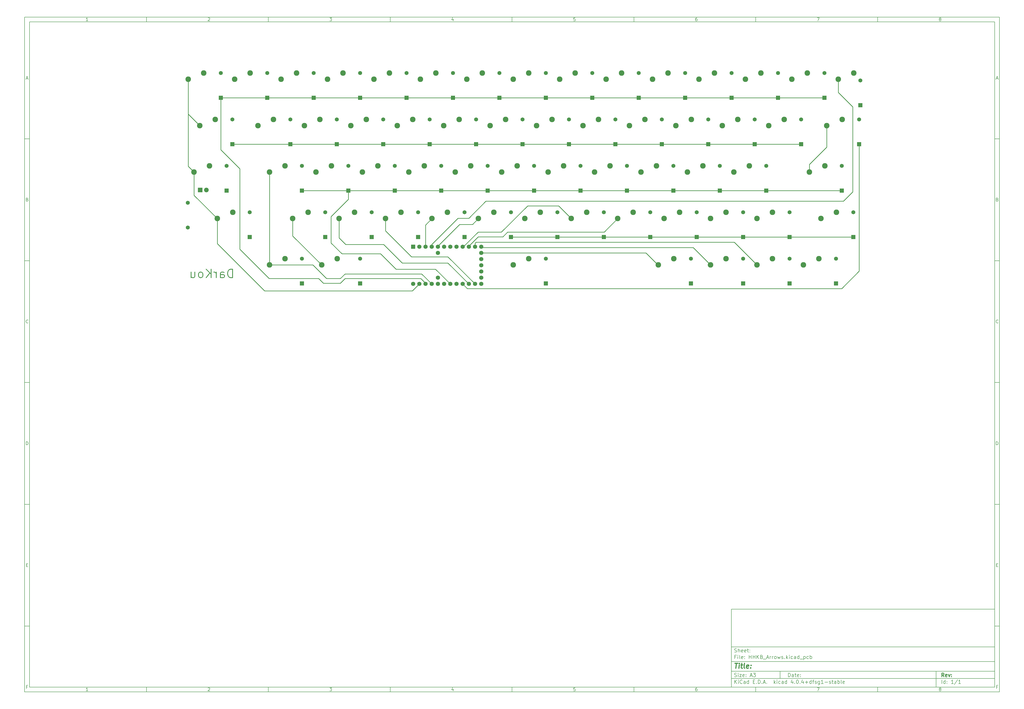
<source format=gbr>
G04 #@! TF.FileFunction,Copper,L2,Bot,Signal*
%FSLAX46Y46*%
G04 Gerber Fmt 4.6, Leading zero omitted, Abs format (unit mm)*
G04 Created by KiCad (PCBNEW 4.0.4+dfsg1-stable) date Tue Nov  8 21:14:36 2016*
%MOMM*%
%LPD*%
G01*
G04 APERTURE LIST*
%ADD10C,0.100000*%
%ADD11C,0.150000*%
%ADD12C,0.300000*%
%ADD13C,0.400000*%
%ADD14C,2.286000*%
%ADD15C,1.651000*%
%ADD16R,1.651000X1.651000*%
%ADD17R,1.752600X1.752600*%
%ADD18C,1.752600*%
%ADD19C,1.905000*%
%ADD20R,1.905000X1.905000*%
%ADD21C,0.250000*%
G04 APERTURE END LIST*
D10*
D11*
X299989000Y-253002200D02*
X299989000Y-285002200D01*
X407989000Y-285002200D01*
X407989000Y-253002200D01*
X299989000Y-253002200D01*
D10*
D11*
X10000000Y-10000000D02*
X10000000Y-287002200D01*
X409989000Y-287002200D01*
X409989000Y-10000000D01*
X10000000Y-10000000D01*
D10*
D11*
X12000000Y-12000000D02*
X12000000Y-285002200D01*
X407989000Y-285002200D01*
X407989000Y-12000000D01*
X12000000Y-12000000D01*
D10*
D11*
X60000000Y-12000000D02*
X60000000Y-10000000D01*
D10*
D11*
X110000000Y-12000000D02*
X110000000Y-10000000D01*
D10*
D11*
X160000000Y-12000000D02*
X160000000Y-10000000D01*
D10*
D11*
X210000000Y-12000000D02*
X210000000Y-10000000D01*
D10*
D11*
X260000000Y-12000000D02*
X260000000Y-10000000D01*
D10*
D11*
X310000000Y-12000000D02*
X310000000Y-10000000D01*
D10*
D11*
X360000000Y-12000000D02*
X360000000Y-10000000D01*
D10*
D11*
X35990476Y-11588095D02*
X35247619Y-11588095D01*
X35619048Y-11588095D02*
X35619048Y-10288095D01*
X35495238Y-10473810D01*
X35371429Y-10597619D01*
X35247619Y-10659524D01*
D10*
D11*
X85247619Y-10411905D02*
X85309524Y-10350000D01*
X85433333Y-10288095D01*
X85742857Y-10288095D01*
X85866667Y-10350000D01*
X85928571Y-10411905D01*
X85990476Y-10535714D01*
X85990476Y-10659524D01*
X85928571Y-10845238D01*
X85185714Y-11588095D01*
X85990476Y-11588095D01*
D10*
D11*
X135185714Y-10288095D02*
X135990476Y-10288095D01*
X135557143Y-10783333D01*
X135742857Y-10783333D01*
X135866667Y-10845238D01*
X135928571Y-10907143D01*
X135990476Y-11030952D01*
X135990476Y-11340476D01*
X135928571Y-11464286D01*
X135866667Y-11526190D01*
X135742857Y-11588095D01*
X135371429Y-11588095D01*
X135247619Y-11526190D01*
X135185714Y-11464286D01*
D10*
D11*
X185866667Y-10721429D02*
X185866667Y-11588095D01*
X185557143Y-10226190D02*
X185247619Y-11154762D01*
X186052381Y-11154762D01*
D10*
D11*
X235928571Y-10288095D02*
X235309524Y-10288095D01*
X235247619Y-10907143D01*
X235309524Y-10845238D01*
X235433333Y-10783333D01*
X235742857Y-10783333D01*
X235866667Y-10845238D01*
X235928571Y-10907143D01*
X235990476Y-11030952D01*
X235990476Y-11340476D01*
X235928571Y-11464286D01*
X235866667Y-11526190D01*
X235742857Y-11588095D01*
X235433333Y-11588095D01*
X235309524Y-11526190D01*
X235247619Y-11464286D01*
D10*
D11*
X285866667Y-10288095D02*
X285619048Y-10288095D01*
X285495238Y-10350000D01*
X285433333Y-10411905D01*
X285309524Y-10597619D01*
X285247619Y-10845238D01*
X285247619Y-11340476D01*
X285309524Y-11464286D01*
X285371429Y-11526190D01*
X285495238Y-11588095D01*
X285742857Y-11588095D01*
X285866667Y-11526190D01*
X285928571Y-11464286D01*
X285990476Y-11340476D01*
X285990476Y-11030952D01*
X285928571Y-10907143D01*
X285866667Y-10845238D01*
X285742857Y-10783333D01*
X285495238Y-10783333D01*
X285371429Y-10845238D01*
X285309524Y-10907143D01*
X285247619Y-11030952D01*
D10*
D11*
X335185714Y-10288095D02*
X336052381Y-10288095D01*
X335495238Y-11588095D01*
D10*
D11*
X385495238Y-10845238D02*
X385371429Y-10783333D01*
X385309524Y-10721429D01*
X385247619Y-10597619D01*
X385247619Y-10535714D01*
X385309524Y-10411905D01*
X385371429Y-10350000D01*
X385495238Y-10288095D01*
X385742857Y-10288095D01*
X385866667Y-10350000D01*
X385928571Y-10411905D01*
X385990476Y-10535714D01*
X385990476Y-10597619D01*
X385928571Y-10721429D01*
X385866667Y-10783333D01*
X385742857Y-10845238D01*
X385495238Y-10845238D01*
X385371429Y-10907143D01*
X385309524Y-10969048D01*
X385247619Y-11092857D01*
X385247619Y-11340476D01*
X385309524Y-11464286D01*
X385371429Y-11526190D01*
X385495238Y-11588095D01*
X385742857Y-11588095D01*
X385866667Y-11526190D01*
X385928571Y-11464286D01*
X385990476Y-11340476D01*
X385990476Y-11092857D01*
X385928571Y-10969048D01*
X385866667Y-10907143D01*
X385742857Y-10845238D01*
D10*
D11*
X60000000Y-285002200D02*
X60000000Y-287002200D01*
D10*
D11*
X110000000Y-285002200D02*
X110000000Y-287002200D01*
D10*
D11*
X160000000Y-285002200D02*
X160000000Y-287002200D01*
D10*
D11*
X210000000Y-285002200D02*
X210000000Y-287002200D01*
D10*
D11*
X260000000Y-285002200D02*
X260000000Y-287002200D01*
D10*
D11*
X310000000Y-285002200D02*
X310000000Y-287002200D01*
D10*
D11*
X360000000Y-285002200D02*
X360000000Y-287002200D01*
D10*
D11*
X35990476Y-286590295D02*
X35247619Y-286590295D01*
X35619048Y-286590295D02*
X35619048Y-285290295D01*
X35495238Y-285476010D01*
X35371429Y-285599819D01*
X35247619Y-285661724D01*
D10*
D11*
X85247619Y-285414105D02*
X85309524Y-285352200D01*
X85433333Y-285290295D01*
X85742857Y-285290295D01*
X85866667Y-285352200D01*
X85928571Y-285414105D01*
X85990476Y-285537914D01*
X85990476Y-285661724D01*
X85928571Y-285847438D01*
X85185714Y-286590295D01*
X85990476Y-286590295D01*
D10*
D11*
X135185714Y-285290295D02*
X135990476Y-285290295D01*
X135557143Y-285785533D01*
X135742857Y-285785533D01*
X135866667Y-285847438D01*
X135928571Y-285909343D01*
X135990476Y-286033152D01*
X135990476Y-286342676D01*
X135928571Y-286466486D01*
X135866667Y-286528390D01*
X135742857Y-286590295D01*
X135371429Y-286590295D01*
X135247619Y-286528390D01*
X135185714Y-286466486D01*
D10*
D11*
X185866667Y-285723629D02*
X185866667Y-286590295D01*
X185557143Y-285228390D02*
X185247619Y-286156962D01*
X186052381Y-286156962D01*
D10*
D11*
X235928571Y-285290295D02*
X235309524Y-285290295D01*
X235247619Y-285909343D01*
X235309524Y-285847438D01*
X235433333Y-285785533D01*
X235742857Y-285785533D01*
X235866667Y-285847438D01*
X235928571Y-285909343D01*
X235990476Y-286033152D01*
X235990476Y-286342676D01*
X235928571Y-286466486D01*
X235866667Y-286528390D01*
X235742857Y-286590295D01*
X235433333Y-286590295D01*
X235309524Y-286528390D01*
X235247619Y-286466486D01*
D10*
D11*
X285866667Y-285290295D02*
X285619048Y-285290295D01*
X285495238Y-285352200D01*
X285433333Y-285414105D01*
X285309524Y-285599819D01*
X285247619Y-285847438D01*
X285247619Y-286342676D01*
X285309524Y-286466486D01*
X285371429Y-286528390D01*
X285495238Y-286590295D01*
X285742857Y-286590295D01*
X285866667Y-286528390D01*
X285928571Y-286466486D01*
X285990476Y-286342676D01*
X285990476Y-286033152D01*
X285928571Y-285909343D01*
X285866667Y-285847438D01*
X285742857Y-285785533D01*
X285495238Y-285785533D01*
X285371429Y-285847438D01*
X285309524Y-285909343D01*
X285247619Y-286033152D01*
D10*
D11*
X335185714Y-285290295D02*
X336052381Y-285290295D01*
X335495238Y-286590295D01*
D10*
D11*
X385495238Y-285847438D02*
X385371429Y-285785533D01*
X385309524Y-285723629D01*
X385247619Y-285599819D01*
X385247619Y-285537914D01*
X385309524Y-285414105D01*
X385371429Y-285352200D01*
X385495238Y-285290295D01*
X385742857Y-285290295D01*
X385866667Y-285352200D01*
X385928571Y-285414105D01*
X385990476Y-285537914D01*
X385990476Y-285599819D01*
X385928571Y-285723629D01*
X385866667Y-285785533D01*
X385742857Y-285847438D01*
X385495238Y-285847438D01*
X385371429Y-285909343D01*
X385309524Y-285971248D01*
X385247619Y-286095057D01*
X385247619Y-286342676D01*
X385309524Y-286466486D01*
X385371429Y-286528390D01*
X385495238Y-286590295D01*
X385742857Y-286590295D01*
X385866667Y-286528390D01*
X385928571Y-286466486D01*
X385990476Y-286342676D01*
X385990476Y-286095057D01*
X385928571Y-285971248D01*
X385866667Y-285909343D01*
X385742857Y-285847438D01*
D10*
D11*
X10000000Y-60000000D02*
X12000000Y-60000000D01*
D10*
D11*
X10000000Y-110000000D02*
X12000000Y-110000000D01*
D10*
D11*
X10000000Y-160000000D02*
X12000000Y-160000000D01*
D10*
D11*
X10000000Y-210000000D02*
X12000000Y-210000000D01*
D10*
D11*
X10000000Y-260000000D02*
X12000000Y-260000000D01*
D10*
D11*
X10690476Y-35216667D02*
X11309524Y-35216667D01*
X10566667Y-35588095D02*
X11000000Y-34288095D01*
X11433333Y-35588095D01*
D10*
D11*
X11092857Y-84907143D02*
X11278571Y-84969048D01*
X11340476Y-85030952D01*
X11402381Y-85154762D01*
X11402381Y-85340476D01*
X11340476Y-85464286D01*
X11278571Y-85526190D01*
X11154762Y-85588095D01*
X10659524Y-85588095D01*
X10659524Y-84288095D01*
X11092857Y-84288095D01*
X11216667Y-84350000D01*
X11278571Y-84411905D01*
X11340476Y-84535714D01*
X11340476Y-84659524D01*
X11278571Y-84783333D01*
X11216667Y-84845238D01*
X11092857Y-84907143D01*
X10659524Y-84907143D01*
D10*
D11*
X11402381Y-135464286D02*
X11340476Y-135526190D01*
X11154762Y-135588095D01*
X11030952Y-135588095D01*
X10845238Y-135526190D01*
X10721429Y-135402381D01*
X10659524Y-135278571D01*
X10597619Y-135030952D01*
X10597619Y-134845238D01*
X10659524Y-134597619D01*
X10721429Y-134473810D01*
X10845238Y-134350000D01*
X11030952Y-134288095D01*
X11154762Y-134288095D01*
X11340476Y-134350000D01*
X11402381Y-134411905D01*
D10*
D11*
X10659524Y-185588095D02*
X10659524Y-184288095D01*
X10969048Y-184288095D01*
X11154762Y-184350000D01*
X11278571Y-184473810D01*
X11340476Y-184597619D01*
X11402381Y-184845238D01*
X11402381Y-185030952D01*
X11340476Y-185278571D01*
X11278571Y-185402381D01*
X11154762Y-185526190D01*
X10969048Y-185588095D01*
X10659524Y-185588095D01*
D10*
D11*
X10721429Y-234907143D02*
X11154762Y-234907143D01*
X11340476Y-235588095D02*
X10721429Y-235588095D01*
X10721429Y-234288095D01*
X11340476Y-234288095D01*
D10*
D11*
X11185714Y-284907143D02*
X10752381Y-284907143D01*
X10752381Y-285588095D02*
X10752381Y-284288095D01*
X11371428Y-284288095D01*
D10*
D11*
X409989000Y-60000000D02*
X407989000Y-60000000D01*
D10*
D11*
X409989000Y-110000000D02*
X407989000Y-110000000D01*
D10*
D11*
X409989000Y-160000000D02*
X407989000Y-160000000D01*
D10*
D11*
X409989000Y-210000000D02*
X407989000Y-210000000D01*
D10*
D11*
X409989000Y-260000000D02*
X407989000Y-260000000D01*
D10*
D11*
X408679476Y-35216667D02*
X409298524Y-35216667D01*
X408555667Y-35588095D02*
X408989000Y-34288095D01*
X409422333Y-35588095D01*
D10*
D11*
X409081857Y-84907143D02*
X409267571Y-84969048D01*
X409329476Y-85030952D01*
X409391381Y-85154762D01*
X409391381Y-85340476D01*
X409329476Y-85464286D01*
X409267571Y-85526190D01*
X409143762Y-85588095D01*
X408648524Y-85588095D01*
X408648524Y-84288095D01*
X409081857Y-84288095D01*
X409205667Y-84350000D01*
X409267571Y-84411905D01*
X409329476Y-84535714D01*
X409329476Y-84659524D01*
X409267571Y-84783333D01*
X409205667Y-84845238D01*
X409081857Y-84907143D01*
X408648524Y-84907143D01*
D10*
D11*
X409391381Y-135464286D02*
X409329476Y-135526190D01*
X409143762Y-135588095D01*
X409019952Y-135588095D01*
X408834238Y-135526190D01*
X408710429Y-135402381D01*
X408648524Y-135278571D01*
X408586619Y-135030952D01*
X408586619Y-134845238D01*
X408648524Y-134597619D01*
X408710429Y-134473810D01*
X408834238Y-134350000D01*
X409019952Y-134288095D01*
X409143762Y-134288095D01*
X409329476Y-134350000D01*
X409391381Y-134411905D01*
D10*
D11*
X408648524Y-185588095D02*
X408648524Y-184288095D01*
X408958048Y-184288095D01*
X409143762Y-184350000D01*
X409267571Y-184473810D01*
X409329476Y-184597619D01*
X409391381Y-184845238D01*
X409391381Y-185030952D01*
X409329476Y-185278571D01*
X409267571Y-185402381D01*
X409143762Y-185526190D01*
X408958048Y-185588095D01*
X408648524Y-185588095D01*
D10*
D11*
X408710429Y-234907143D02*
X409143762Y-234907143D01*
X409329476Y-235588095D02*
X408710429Y-235588095D01*
X408710429Y-234288095D01*
X409329476Y-234288095D01*
D10*
D11*
X409174714Y-284907143D02*
X408741381Y-284907143D01*
X408741381Y-285588095D02*
X408741381Y-284288095D01*
X409360428Y-284288095D01*
D10*
D11*
X323346143Y-280780771D02*
X323346143Y-279280771D01*
X323703286Y-279280771D01*
X323917571Y-279352200D01*
X324060429Y-279495057D01*
X324131857Y-279637914D01*
X324203286Y-279923629D01*
X324203286Y-280137914D01*
X324131857Y-280423629D01*
X324060429Y-280566486D01*
X323917571Y-280709343D01*
X323703286Y-280780771D01*
X323346143Y-280780771D01*
X325489000Y-280780771D02*
X325489000Y-279995057D01*
X325417571Y-279852200D01*
X325274714Y-279780771D01*
X324989000Y-279780771D01*
X324846143Y-279852200D01*
X325489000Y-280709343D02*
X325346143Y-280780771D01*
X324989000Y-280780771D01*
X324846143Y-280709343D01*
X324774714Y-280566486D01*
X324774714Y-280423629D01*
X324846143Y-280280771D01*
X324989000Y-280209343D01*
X325346143Y-280209343D01*
X325489000Y-280137914D01*
X325989000Y-279780771D02*
X326560429Y-279780771D01*
X326203286Y-279280771D02*
X326203286Y-280566486D01*
X326274714Y-280709343D01*
X326417572Y-280780771D01*
X326560429Y-280780771D01*
X327631857Y-280709343D02*
X327489000Y-280780771D01*
X327203286Y-280780771D01*
X327060429Y-280709343D01*
X326989000Y-280566486D01*
X326989000Y-279995057D01*
X327060429Y-279852200D01*
X327203286Y-279780771D01*
X327489000Y-279780771D01*
X327631857Y-279852200D01*
X327703286Y-279995057D01*
X327703286Y-280137914D01*
X326989000Y-280280771D01*
X328346143Y-280637914D02*
X328417571Y-280709343D01*
X328346143Y-280780771D01*
X328274714Y-280709343D01*
X328346143Y-280637914D01*
X328346143Y-280780771D01*
X328346143Y-279852200D02*
X328417571Y-279923629D01*
X328346143Y-279995057D01*
X328274714Y-279923629D01*
X328346143Y-279852200D01*
X328346143Y-279995057D01*
D10*
D11*
X299989000Y-281502200D02*
X407989000Y-281502200D01*
D10*
D11*
X301346143Y-283580771D02*
X301346143Y-282080771D01*
X302203286Y-283580771D02*
X301560429Y-282723629D01*
X302203286Y-282080771D02*
X301346143Y-282937914D01*
X302846143Y-283580771D02*
X302846143Y-282580771D01*
X302846143Y-282080771D02*
X302774714Y-282152200D01*
X302846143Y-282223629D01*
X302917571Y-282152200D01*
X302846143Y-282080771D01*
X302846143Y-282223629D01*
X304417572Y-283437914D02*
X304346143Y-283509343D01*
X304131857Y-283580771D01*
X303989000Y-283580771D01*
X303774715Y-283509343D01*
X303631857Y-283366486D01*
X303560429Y-283223629D01*
X303489000Y-282937914D01*
X303489000Y-282723629D01*
X303560429Y-282437914D01*
X303631857Y-282295057D01*
X303774715Y-282152200D01*
X303989000Y-282080771D01*
X304131857Y-282080771D01*
X304346143Y-282152200D01*
X304417572Y-282223629D01*
X305703286Y-283580771D02*
X305703286Y-282795057D01*
X305631857Y-282652200D01*
X305489000Y-282580771D01*
X305203286Y-282580771D01*
X305060429Y-282652200D01*
X305703286Y-283509343D02*
X305560429Y-283580771D01*
X305203286Y-283580771D01*
X305060429Y-283509343D01*
X304989000Y-283366486D01*
X304989000Y-283223629D01*
X305060429Y-283080771D01*
X305203286Y-283009343D01*
X305560429Y-283009343D01*
X305703286Y-282937914D01*
X307060429Y-283580771D02*
X307060429Y-282080771D01*
X307060429Y-283509343D02*
X306917572Y-283580771D01*
X306631858Y-283580771D01*
X306489000Y-283509343D01*
X306417572Y-283437914D01*
X306346143Y-283295057D01*
X306346143Y-282866486D01*
X306417572Y-282723629D01*
X306489000Y-282652200D01*
X306631858Y-282580771D01*
X306917572Y-282580771D01*
X307060429Y-282652200D01*
X308917572Y-282795057D02*
X309417572Y-282795057D01*
X309631858Y-283580771D02*
X308917572Y-283580771D01*
X308917572Y-282080771D01*
X309631858Y-282080771D01*
X310274715Y-283437914D02*
X310346143Y-283509343D01*
X310274715Y-283580771D01*
X310203286Y-283509343D01*
X310274715Y-283437914D01*
X310274715Y-283580771D01*
X310989001Y-283580771D02*
X310989001Y-282080771D01*
X311346144Y-282080771D01*
X311560429Y-282152200D01*
X311703287Y-282295057D01*
X311774715Y-282437914D01*
X311846144Y-282723629D01*
X311846144Y-282937914D01*
X311774715Y-283223629D01*
X311703287Y-283366486D01*
X311560429Y-283509343D01*
X311346144Y-283580771D01*
X310989001Y-283580771D01*
X312489001Y-283437914D02*
X312560429Y-283509343D01*
X312489001Y-283580771D01*
X312417572Y-283509343D01*
X312489001Y-283437914D01*
X312489001Y-283580771D01*
X313131858Y-283152200D02*
X313846144Y-283152200D01*
X312989001Y-283580771D02*
X313489001Y-282080771D01*
X313989001Y-283580771D01*
X314489001Y-283437914D02*
X314560429Y-283509343D01*
X314489001Y-283580771D01*
X314417572Y-283509343D01*
X314489001Y-283437914D01*
X314489001Y-283580771D01*
X317489001Y-283580771D02*
X317489001Y-282080771D01*
X317631858Y-283009343D02*
X318060429Y-283580771D01*
X318060429Y-282580771D02*
X317489001Y-283152200D01*
X318703287Y-283580771D02*
X318703287Y-282580771D01*
X318703287Y-282080771D02*
X318631858Y-282152200D01*
X318703287Y-282223629D01*
X318774715Y-282152200D01*
X318703287Y-282080771D01*
X318703287Y-282223629D01*
X320060430Y-283509343D02*
X319917573Y-283580771D01*
X319631859Y-283580771D01*
X319489001Y-283509343D01*
X319417573Y-283437914D01*
X319346144Y-283295057D01*
X319346144Y-282866486D01*
X319417573Y-282723629D01*
X319489001Y-282652200D01*
X319631859Y-282580771D01*
X319917573Y-282580771D01*
X320060430Y-282652200D01*
X321346144Y-283580771D02*
X321346144Y-282795057D01*
X321274715Y-282652200D01*
X321131858Y-282580771D01*
X320846144Y-282580771D01*
X320703287Y-282652200D01*
X321346144Y-283509343D02*
X321203287Y-283580771D01*
X320846144Y-283580771D01*
X320703287Y-283509343D01*
X320631858Y-283366486D01*
X320631858Y-283223629D01*
X320703287Y-283080771D01*
X320846144Y-283009343D01*
X321203287Y-283009343D01*
X321346144Y-282937914D01*
X322703287Y-283580771D02*
X322703287Y-282080771D01*
X322703287Y-283509343D02*
X322560430Y-283580771D01*
X322274716Y-283580771D01*
X322131858Y-283509343D01*
X322060430Y-283437914D01*
X321989001Y-283295057D01*
X321989001Y-282866486D01*
X322060430Y-282723629D01*
X322131858Y-282652200D01*
X322274716Y-282580771D01*
X322560430Y-282580771D01*
X322703287Y-282652200D01*
X325203287Y-282580771D02*
X325203287Y-283580771D01*
X324846144Y-282009343D02*
X324489001Y-283080771D01*
X325417573Y-283080771D01*
X325989001Y-283437914D02*
X326060429Y-283509343D01*
X325989001Y-283580771D01*
X325917572Y-283509343D01*
X325989001Y-283437914D01*
X325989001Y-283580771D01*
X326989001Y-282080771D02*
X327131858Y-282080771D01*
X327274715Y-282152200D01*
X327346144Y-282223629D01*
X327417573Y-282366486D01*
X327489001Y-282652200D01*
X327489001Y-283009343D01*
X327417573Y-283295057D01*
X327346144Y-283437914D01*
X327274715Y-283509343D01*
X327131858Y-283580771D01*
X326989001Y-283580771D01*
X326846144Y-283509343D01*
X326774715Y-283437914D01*
X326703287Y-283295057D01*
X326631858Y-283009343D01*
X326631858Y-282652200D01*
X326703287Y-282366486D01*
X326774715Y-282223629D01*
X326846144Y-282152200D01*
X326989001Y-282080771D01*
X328131858Y-283437914D02*
X328203286Y-283509343D01*
X328131858Y-283580771D01*
X328060429Y-283509343D01*
X328131858Y-283437914D01*
X328131858Y-283580771D01*
X329489001Y-282580771D02*
X329489001Y-283580771D01*
X329131858Y-282009343D02*
X328774715Y-283080771D01*
X329703287Y-283080771D01*
X330274715Y-283009343D02*
X331417572Y-283009343D01*
X330846143Y-283580771D02*
X330846143Y-282437914D01*
X332774715Y-283580771D02*
X332774715Y-282080771D01*
X332774715Y-283509343D02*
X332631858Y-283580771D01*
X332346144Y-283580771D01*
X332203286Y-283509343D01*
X332131858Y-283437914D01*
X332060429Y-283295057D01*
X332060429Y-282866486D01*
X332131858Y-282723629D01*
X332203286Y-282652200D01*
X332346144Y-282580771D01*
X332631858Y-282580771D01*
X332774715Y-282652200D01*
X333274715Y-282580771D02*
X333846144Y-282580771D01*
X333489001Y-283580771D02*
X333489001Y-282295057D01*
X333560429Y-282152200D01*
X333703287Y-282080771D01*
X333846144Y-282080771D01*
X334274715Y-283509343D02*
X334417572Y-283580771D01*
X334703287Y-283580771D01*
X334846144Y-283509343D01*
X334917572Y-283366486D01*
X334917572Y-283295057D01*
X334846144Y-283152200D01*
X334703287Y-283080771D01*
X334489001Y-283080771D01*
X334346144Y-283009343D01*
X334274715Y-282866486D01*
X334274715Y-282795057D01*
X334346144Y-282652200D01*
X334489001Y-282580771D01*
X334703287Y-282580771D01*
X334846144Y-282652200D01*
X336203287Y-282580771D02*
X336203287Y-283795057D01*
X336131858Y-283937914D01*
X336060430Y-284009343D01*
X335917573Y-284080771D01*
X335703287Y-284080771D01*
X335560430Y-284009343D01*
X336203287Y-283509343D02*
X336060430Y-283580771D01*
X335774716Y-283580771D01*
X335631858Y-283509343D01*
X335560430Y-283437914D01*
X335489001Y-283295057D01*
X335489001Y-282866486D01*
X335560430Y-282723629D01*
X335631858Y-282652200D01*
X335774716Y-282580771D01*
X336060430Y-282580771D01*
X336203287Y-282652200D01*
X337703287Y-283580771D02*
X336846144Y-283580771D01*
X337274716Y-283580771D02*
X337274716Y-282080771D01*
X337131859Y-282295057D01*
X336989001Y-282437914D01*
X336846144Y-282509343D01*
X338346144Y-283009343D02*
X339489001Y-283009343D01*
X340131858Y-283509343D02*
X340274715Y-283580771D01*
X340560430Y-283580771D01*
X340703287Y-283509343D01*
X340774715Y-283366486D01*
X340774715Y-283295057D01*
X340703287Y-283152200D01*
X340560430Y-283080771D01*
X340346144Y-283080771D01*
X340203287Y-283009343D01*
X340131858Y-282866486D01*
X340131858Y-282795057D01*
X340203287Y-282652200D01*
X340346144Y-282580771D01*
X340560430Y-282580771D01*
X340703287Y-282652200D01*
X341203287Y-282580771D02*
X341774716Y-282580771D01*
X341417573Y-282080771D02*
X341417573Y-283366486D01*
X341489001Y-283509343D01*
X341631859Y-283580771D01*
X341774716Y-283580771D01*
X342917573Y-283580771D02*
X342917573Y-282795057D01*
X342846144Y-282652200D01*
X342703287Y-282580771D01*
X342417573Y-282580771D01*
X342274716Y-282652200D01*
X342917573Y-283509343D02*
X342774716Y-283580771D01*
X342417573Y-283580771D01*
X342274716Y-283509343D01*
X342203287Y-283366486D01*
X342203287Y-283223629D01*
X342274716Y-283080771D01*
X342417573Y-283009343D01*
X342774716Y-283009343D01*
X342917573Y-282937914D01*
X343631859Y-283580771D02*
X343631859Y-282080771D01*
X343631859Y-282652200D02*
X343774716Y-282580771D01*
X344060430Y-282580771D01*
X344203287Y-282652200D01*
X344274716Y-282723629D01*
X344346145Y-282866486D01*
X344346145Y-283295057D01*
X344274716Y-283437914D01*
X344203287Y-283509343D01*
X344060430Y-283580771D01*
X343774716Y-283580771D01*
X343631859Y-283509343D01*
X345203288Y-283580771D02*
X345060430Y-283509343D01*
X344989002Y-283366486D01*
X344989002Y-282080771D01*
X346346144Y-283509343D02*
X346203287Y-283580771D01*
X345917573Y-283580771D01*
X345774716Y-283509343D01*
X345703287Y-283366486D01*
X345703287Y-282795057D01*
X345774716Y-282652200D01*
X345917573Y-282580771D01*
X346203287Y-282580771D01*
X346346144Y-282652200D01*
X346417573Y-282795057D01*
X346417573Y-282937914D01*
X345703287Y-283080771D01*
D10*
D11*
X299989000Y-278502200D02*
X407989000Y-278502200D01*
D10*
D12*
X387203286Y-280780771D02*
X386703286Y-280066486D01*
X386346143Y-280780771D02*
X386346143Y-279280771D01*
X386917571Y-279280771D01*
X387060429Y-279352200D01*
X387131857Y-279423629D01*
X387203286Y-279566486D01*
X387203286Y-279780771D01*
X387131857Y-279923629D01*
X387060429Y-279995057D01*
X386917571Y-280066486D01*
X386346143Y-280066486D01*
X388417571Y-280709343D02*
X388274714Y-280780771D01*
X387989000Y-280780771D01*
X387846143Y-280709343D01*
X387774714Y-280566486D01*
X387774714Y-279995057D01*
X387846143Y-279852200D01*
X387989000Y-279780771D01*
X388274714Y-279780771D01*
X388417571Y-279852200D01*
X388489000Y-279995057D01*
X388489000Y-280137914D01*
X387774714Y-280280771D01*
X388989000Y-279780771D02*
X389346143Y-280780771D01*
X389703285Y-279780771D01*
X390274714Y-280637914D02*
X390346142Y-280709343D01*
X390274714Y-280780771D01*
X390203285Y-280709343D01*
X390274714Y-280637914D01*
X390274714Y-280780771D01*
X390274714Y-279852200D02*
X390346142Y-279923629D01*
X390274714Y-279995057D01*
X390203285Y-279923629D01*
X390274714Y-279852200D01*
X390274714Y-279995057D01*
D10*
D11*
X301274714Y-280709343D02*
X301489000Y-280780771D01*
X301846143Y-280780771D01*
X301989000Y-280709343D01*
X302060429Y-280637914D01*
X302131857Y-280495057D01*
X302131857Y-280352200D01*
X302060429Y-280209343D01*
X301989000Y-280137914D01*
X301846143Y-280066486D01*
X301560429Y-279995057D01*
X301417571Y-279923629D01*
X301346143Y-279852200D01*
X301274714Y-279709343D01*
X301274714Y-279566486D01*
X301346143Y-279423629D01*
X301417571Y-279352200D01*
X301560429Y-279280771D01*
X301917571Y-279280771D01*
X302131857Y-279352200D01*
X302774714Y-280780771D02*
X302774714Y-279780771D01*
X302774714Y-279280771D02*
X302703285Y-279352200D01*
X302774714Y-279423629D01*
X302846142Y-279352200D01*
X302774714Y-279280771D01*
X302774714Y-279423629D01*
X303346143Y-279780771D02*
X304131857Y-279780771D01*
X303346143Y-280780771D01*
X304131857Y-280780771D01*
X305274714Y-280709343D02*
X305131857Y-280780771D01*
X304846143Y-280780771D01*
X304703286Y-280709343D01*
X304631857Y-280566486D01*
X304631857Y-279995057D01*
X304703286Y-279852200D01*
X304846143Y-279780771D01*
X305131857Y-279780771D01*
X305274714Y-279852200D01*
X305346143Y-279995057D01*
X305346143Y-280137914D01*
X304631857Y-280280771D01*
X305989000Y-280637914D02*
X306060428Y-280709343D01*
X305989000Y-280780771D01*
X305917571Y-280709343D01*
X305989000Y-280637914D01*
X305989000Y-280780771D01*
X305989000Y-279852200D02*
X306060428Y-279923629D01*
X305989000Y-279995057D01*
X305917571Y-279923629D01*
X305989000Y-279852200D01*
X305989000Y-279995057D01*
X307774714Y-280352200D02*
X308489000Y-280352200D01*
X307631857Y-280780771D02*
X308131857Y-279280771D01*
X308631857Y-280780771D01*
X308989000Y-279280771D02*
X309917571Y-279280771D01*
X309417571Y-279852200D01*
X309631857Y-279852200D01*
X309774714Y-279923629D01*
X309846143Y-279995057D01*
X309917571Y-280137914D01*
X309917571Y-280495057D01*
X309846143Y-280637914D01*
X309774714Y-280709343D01*
X309631857Y-280780771D01*
X309203285Y-280780771D01*
X309060428Y-280709343D01*
X308989000Y-280637914D01*
D10*
D11*
X386346143Y-283580771D02*
X386346143Y-282080771D01*
X387703286Y-283580771D02*
X387703286Y-282080771D01*
X387703286Y-283509343D02*
X387560429Y-283580771D01*
X387274715Y-283580771D01*
X387131857Y-283509343D01*
X387060429Y-283437914D01*
X386989000Y-283295057D01*
X386989000Y-282866486D01*
X387060429Y-282723629D01*
X387131857Y-282652200D01*
X387274715Y-282580771D01*
X387560429Y-282580771D01*
X387703286Y-282652200D01*
X388417572Y-283437914D02*
X388489000Y-283509343D01*
X388417572Y-283580771D01*
X388346143Y-283509343D01*
X388417572Y-283437914D01*
X388417572Y-283580771D01*
X388417572Y-282652200D02*
X388489000Y-282723629D01*
X388417572Y-282795057D01*
X388346143Y-282723629D01*
X388417572Y-282652200D01*
X388417572Y-282795057D01*
X391060429Y-283580771D02*
X390203286Y-283580771D01*
X390631858Y-283580771D02*
X390631858Y-282080771D01*
X390489001Y-282295057D01*
X390346143Y-282437914D01*
X390203286Y-282509343D01*
X392774714Y-282009343D02*
X391489000Y-283937914D01*
X394060429Y-283580771D02*
X393203286Y-283580771D01*
X393631858Y-283580771D02*
X393631858Y-282080771D01*
X393489001Y-282295057D01*
X393346143Y-282437914D01*
X393203286Y-282509343D01*
D10*
D11*
X299989000Y-274502200D02*
X407989000Y-274502200D01*
D10*
D13*
X301441381Y-275206962D02*
X302584238Y-275206962D01*
X301762810Y-277206962D02*
X302012810Y-275206962D01*
X303000905Y-277206962D02*
X303167571Y-275873629D01*
X303250905Y-275206962D02*
X303143762Y-275302200D01*
X303227095Y-275397438D01*
X303334239Y-275302200D01*
X303250905Y-275206962D01*
X303227095Y-275397438D01*
X303834238Y-275873629D02*
X304596143Y-275873629D01*
X304203286Y-275206962D02*
X303989000Y-276921248D01*
X304060430Y-277111724D01*
X304239001Y-277206962D01*
X304429477Y-277206962D01*
X305381858Y-277206962D02*
X305203287Y-277111724D01*
X305131857Y-276921248D01*
X305346143Y-275206962D01*
X306917572Y-277111724D02*
X306715191Y-277206962D01*
X306334239Y-277206962D01*
X306155667Y-277111724D01*
X306084238Y-276921248D01*
X306179476Y-276159343D01*
X306298524Y-275968867D01*
X306500905Y-275873629D01*
X306881857Y-275873629D01*
X307060429Y-275968867D01*
X307131857Y-276159343D01*
X307108048Y-276349819D01*
X306131857Y-276540295D01*
X307881857Y-277016486D02*
X307965192Y-277111724D01*
X307858048Y-277206962D01*
X307774715Y-277111724D01*
X307881857Y-277016486D01*
X307858048Y-277206962D01*
X308012810Y-275968867D02*
X308096144Y-276064105D01*
X307989000Y-276159343D01*
X307905667Y-276064105D01*
X308012810Y-275968867D01*
X307989000Y-276159343D01*
D10*
D11*
X301846143Y-272595057D02*
X301346143Y-272595057D01*
X301346143Y-273380771D02*
X301346143Y-271880771D01*
X302060429Y-271880771D01*
X302631857Y-273380771D02*
X302631857Y-272380771D01*
X302631857Y-271880771D02*
X302560428Y-271952200D01*
X302631857Y-272023629D01*
X302703285Y-271952200D01*
X302631857Y-271880771D01*
X302631857Y-272023629D01*
X303560429Y-273380771D02*
X303417571Y-273309343D01*
X303346143Y-273166486D01*
X303346143Y-271880771D01*
X304703285Y-273309343D02*
X304560428Y-273380771D01*
X304274714Y-273380771D01*
X304131857Y-273309343D01*
X304060428Y-273166486D01*
X304060428Y-272595057D01*
X304131857Y-272452200D01*
X304274714Y-272380771D01*
X304560428Y-272380771D01*
X304703285Y-272452200D01*
X304774714Y-272595057D01*
X304774714Y-272737914D01*
X304060428Y-272880771D01*
X305417571Y-273237914D02*
X305488999Y-273309343D01*
X305417571Y-273380771D01*
X305346142Y-273309343D01*
X305417571Y-273237914D01*
X305417571Y-273380771D01*
X305417571Y-272452200D02*
X305488999Y-272523629D01*
X305417571Y-272595057D01*
X305346142Y-272523629D01*
X305417571Y-272452200D01*
X305417571Y-272595057D01*
X307274714Y-273380771D02*
X307274714Y-271880771D01*
X307274714Y-272595057D02*
X308131857Y-272595057D01*
X308131857Y-273380771D02*
X308131857Y-271880771D01*
X308846143Y-273380771D02*
X308846143Y-271880771D01*
X308846143Y-272595057D02*
X309703286Y-272595057D01*
X309703286Y-273380771D02*
X309703286Y-271880771D01*
X310417572Y-273380771D02*
X310417572Y-271880771D01*
X311274715Y-273380771D02*
X310631858Y-272523629D01*
X311274715Y-271880771D02*
X310417572Y-272737914D01*
X312417572Y-272595057D02*
X312631858Y-272666486D01*
X312703286Y-272737914D01*
X312774715Y-272880771D01*
X312774715Y-273095057D01*
X312703286Y-273237914D01*
X312631858Y-273309343D01*
X312489000Y-273380771D01*
X311917572Y-273380771D01*
X311917572Y-271880771D01*
X312417572Y-271880771D01*
X312560429Y-271952200D01*
X312631858Y-272023629D01*
X312703286Y-272166486D01*
X312703286Y-272309343D01*
X312631858Y-272452200D01*
X312560429Y-272523629D01*
X312417572Y-272595057D01*
X311917572Y-272595057D01*
X313060429Y-273523629D02*
X314203286Y-273523629D01*
X314489000Y-272952200D02*
X315203286Y-272952200D01*
X314346143Y-273380771D02*
X314846143Y-271880771D01*
X315346143Y-273380771D01*
X315846143Y-273380771D02*
X315846143Y-272380771D01*
X315846143Y-272666486D02*
X315917571Y-272523629D01*
X315989000Y-272452200D01*
X316131857Y-272380771D01*
X316274714Y-272380771D01*
X316774714Y-273380771D02*
X316774714Y-272380771D01*
X316774714Y-272666486D02*
X316846142Y-272523629D01*
X316917571Y-272452200D01*
X317060428Y-272380771D01*
X317203285Y-272380771D01*
X317917571Y-273380771D02*
X317774713Y-273309343D01*
X317703285Y-273237914D01*
X317631856Y-273095057D01*
X317631856Y-272666486D01*
X317703285Y-272523629D01*
X317774713Y-272452200D01*
X317917571Y-272380771D01*
X318131856Y-272380771D01*
X318274713Y-272452200D01*
X318346142Y-272523629D01*
X318417571Y-272666486D01*
X318417571Y-273095057D01*
X318346142Y-273237914D01*
X318274713Y-273309343D01*
X318131856Y-273380771D01*
X317917571Y-273380771D01*
X318917571Y-272380771D02*
X319203285Y-273380771D01*
X319488999Y-272666486D01*
X319774714Y-273380771D01*
X320060428Y-272380771D01*
X320560428Y-273309343D02*
X320703285Y-273380771D01*
X320989000Y-273380771D01*
X321131857Y-273309343D01*
X321203285Y-273166486D01*
X321203285Y-273095057D01*
X321131857Y-272952200D01*
X320989000Y-272880771D01*
X320774714Y-272880771D01*
X320631857Y-272809343D01*
X320560428Y-272666486D01*
X320560428Y-272595057D01*
X320631857Y-272452200D01*
X320774714Y-272380771D01*
X320989000Y-272380771D01*
X321131857Y-272452200D01*
X321846143Y-273237914D02*
X321917571Y-273309343D01*
X321846143Y-273380771D01*
X321774714Y-273309343D01*
X321846143Y-273237914D01*
X321846143Y-273380771D01*
X322560429Y-273380771D02*
X322560429Y-271880771D01*
X322703286Y-272809343D02*
X323131857Y-273380771D01*
X323131857Y-272380771D02*
X322560429Y-272952200D01*
X323774715Y-273380771D02*
X323774715Y-272380771D01*
X323774715Y-271880771D02*
X323703286Y-271952200D01*
X323774715Y-272023629D01*
X323846143Y-271952200D01*
X323774715Y-271880771D01*
X323774715Y-272023629D01*
X325131858Y-273309343D02*
X324989001Y-273380771D01*
X324703287Y-273380771D01*
X324560429Y-273309343D01*
X324489001Y-273237914D01*
X324417572Y-273095057D01*
X324417572Y-272666486D01*
X324489001Y-272523629D01*
X324560429Y-272452200D01*
X324703287Y-272380771D01*
X324989001Y-272380771D01*
X325131858Y-272452200D01*
X326417572Y-273380771D02*
X326417572Y-272595057D01*
X326346143Y-272452200D01*
X326203286Y-272380771D01*
X325917572Y-272380771D01*
X325774715Y-272452200D01*
X326417572Y-273309343D02*
X326274715Y-273380771D01*
X325917572Y-273380771D01*
X325774715Y-273309343D01*
X325703286Y-273166486D01*
X325703286Y-273023629D01*
X325774715Y-272880771D01*
X325917572Y-272809343D01*
X326274715Y-272809343D01*
X326417572Y-272737914D01*
X327774715Y-273380771D02*
X327774715Y-271880771D01*
X327774715Y-273309343D02*
X327631858Y-273380771D01*
X327346144Y-273380771D01*
X327203286Y-273309343D01*
X327131858Y-273237914D01*
X327060429Y-273095057D01*
X327060429Y-272666486D01*
X327131858Y-272523629D01*
X327203286Y-272452200D01*
X327346144Y-272380771D01*
X327631858Y-272380771D01*
X327774715Y-272452200D01*
X328131858Y-273523629D02*
X329274715Y-273523629D01*
X329631858Y-272380771D02*
X329631858Y-273880771D01*
X329631858Y-272452200D02*
X329774715Y-272380771D01*
X330060429Y-272380771D01*
X330203286Y-272452200D01*
X330274715Y-272523629D01*
X330346144Y-272666486D01*
X330346144Y-273095057D01*
X330274715Y-273237914D01*
X330203286Y-273309343D01*
X330060429Y-273380771D01*
X329774715Y-273380771D01*
X329631858Y-273309343D01*
X331631858Y-273309343D02*
X331489001Y-273380771D01*
X331203287Y-273380771D01*
X331060429Y-273309343D01*
X330989001Y-273237914D01*
X330917572Y-273095057D01*
X330917572Y-272666486D01*
X330989001Y-272523629D01*
X331060429Y-272452200D01*
X331203287Y-272380771D01*
X331489001Y-272380771D01*
X331631858Y-272452200D01*
X332274715Y-273380771D02*
X332274715Y-271880771D01*
X332274715Y-272452200D02*
X332417572Y-272380771D01*
X332703286Y-272380771D01*
X332846143Y-272452200D01*
X332917572Y-272523629D01*
X332989001Y-272666486D01*
X332989001Y-273095057D01*
X332917572Y-273237914D01*
X332846143Y-273309343D01*
X332703286Y-273380771D01*
X332417572Y-273380771D01*
X332274715Y-273309343D01*
D10*
D11*
X299989000Y-268502200D02*
X407989000Y-268502200D01*
D10*
D11*
X301274714Y-270609343D02*
X301489000Y-270680771D01*
X301846143Y-270680771D01*
X301989000Y-270609343D01*
X302060429Y-270537914D01*
X302131857Y-270395057D01*
X302131857Y-270252200D01*
X302060429Y-270109343D01*
X301989000Y-270037914D01*
X301846143Y-269966486D01*
X301560429Y-269895057D01*
X301417571Y-269823629D01*
X301346143Y-269752200D01*
X301274714Y-269609343D01*
X301274714Y-269466486D01*
X301346143Y-269323629D01*
X301417571Y-269252200D01*
X301560429Y-269180771D01*
X301917571Y-269180771D01*
X302131857Y-269252200D01*
X302774714Y-270680771D02*
X302774714Y-269180771D01*
X303417571Y-270680771D02*
X303417571Y-269895057D01*
X303346142Y-269752200D01*
X303203285Y-269680771D01*
X302989000Y-269680771D01*
X302846142Y-269752200D01*
X302774714Y-269823629D01*
X304703285Y-270609343D02*
X304560428Y-270680771D01*
X304274714Y-270680771D01*
X304131857Y-270609343D01*
X304060428Y-270466486D01*
X304060428Y-269895057D01*
X304131857Y-269752200D01*
X304274714Y-269680771D01*
X304560428Y-269680771D01*
X304703285Y-269752200D01*
X304774714Y-269895057D01*
X304774714Y-270037914D01*
X304060428Y-270180771D01*
X305988999Y-270609343D02*
X305846142Y-270680771D01*
X305560428Y-270680771D01*
X305417571Y-270609343D01*
X305346142Y-270466486D01*
X305346142Y-269895057D01*
X305417571Y-269752200D01*
X305560428Y-269680771D01*
X305846142Y-269680771D01*
X305988999Y-269752200D01*
X306060428Y-269895057D01*
X306060428Y-270037914D01*
X305346142Y-270180771D01*
X306488999Y-269680771D02*
X307060428Y-269680771D01*
X306703285Y-269180771D02*
X306703285Y-270466486D01*
X306774713Y-270609343D01*
X306917571Y-270680771D01*
X307060428Y-270680771D01*
X307560428Y-270537914D02*
X307631856Y-270609343D01*
X307560428Y-270680771D01*
X307488999Y-270609343D01*
X307560428Y-270537914D01*
X307560428Y-270680771D01*
X307560428Y-269752200D02*
X307631856Y-269823629D01*
X307560428Y-269895057D01*
X307488999Y-269823629D01*
X307560428Y-269752200D01*
X307560428Y-269895057D01*
D10*
D11*
X319989000Y-278502200D02*
X319989000Y-281502200D01*
D10*
D11*
X383989000Y-278502200D02*
X383989000Y-285002200D01*
D12*
X95336251Y-116994583D02*
X95336251Y-113494583D01*
X94502917Y-113494583D01*
X94002917Y-113661250D01*
X93669584Y-113994583D01*
X93502917Y-114327917D01*
X93336251Y-114994583D01*
X93336251Y-115494583D01*
X93502917Y-116161250D01*
X93669584Y-116494583D01*
X94002917Y-116827917D01*
X94502917Y-116994583D01*
X95336251Y-116994583D01*
X90336251Y-116994583D02*
X90336251Y-115161250D01*
X90502917Y-114827917D01*
X90836251Y-114661250D01*
X91502917Y-114661250D01*
X91836251Y-114827917D01*
X90336251Y-116827917D02*
X90669584Y-116994583D01*
X91502917Y-116994583D01*
X91836251Y-116827917D01*
X92002917Y-116494583D01*
X92002917Y-116161250D01*
X91836251Y-115827917D01*
X91502917Y-115661250D01*
X90669584Y-115661250D01*
X90336251Y-115494583D01*
X88669584Y-116994583D02*
X88669584Y-114661250D01*
X88669584Y-115327917D02*
X88502917Y-114994583D01*
X88336250Y-114827917D01*
X88002917Y-114661250D01*
X87669584Y-114661250D01*
X86502917Y-116994583D02*
X86502917Y-113494583D01*
X84502917Y-116994583D02*
X86002917Y-114994583D01*
X84502917Y-113494583D02*
X86502917Y-115494583D01*
X82502917Y-116994583D02*
X82836250Y-116827917D01*
X83002917Y-116661250D01*
X83169583Y-116327917D01*
X83169583Y-115327917D01*
X83002917Y-114994583D01*
X82836250Y-114827917D01*
X82502917Y-114661250D01*
X82002917Y-114661250D01*
X81669583Y-114827917D01*
X81502917Y-114994583D01*
X81336250Y-115327917D01*
X81336250Y-116327917D01*
X81502917Y-116661250D01*
X81669583Y-116827917D01*
X82002917Y-116994583D01*
X82502917Y-116994583D01*
X78336250Y-114661250D02*
X78336250Y-116994583D01*
X79836250Y-114661250D02*
X79836250Y-116494583D01*
X79669583Y-116827917D01*
X79336250Y-116994583D01*
X78836250Y-116994583D01*
X78502916Y-116827917D01*
X78336250Y-116661250D01*
D14*
X85883750Y-71120000D03*
X79533750Y-73660000D03*
X216852500Y-109220000D03*
X210502500Y-111760000D03*
D15*
X147637500Y-109220000D03*
D16*
X147637500Y-119380000D03*
D14*
X95408750Y-90170000D03*
X89058750Y-92710000D03*
D15*
X342900000Y-109220000D03*
D16*
X342900000Y-119380000D03*
D15*
X323850000Y-109220000D03*
D16*
X323850000Y-119380000D03*
D15*
X304800000Y-109220000D03*
D16*
X304800000Y-119380000D03*
D15*
X283368750Y-109220000D03*
D16*
X283368750Y-119380000D03*
D15*
X223837500Y-109220000D03*
D16*
X223837500Y-119380000D03*
D15*
X123825000Y-109220000D03*
D16*
X123825000Y-119380000D03*
D15*
X285750000Y-90170000D03*
D16*
X285750000Y-100330000D03*
D15*
X350043750Y-90170000D03*
D16*
X350043750Y-100330000D03*
D15*
X323850000Y-90170000D03*
D16*
X323850000Y-100330000D03*
D15*
X304800000Y-90170000D03*
D16*
X304800000Y-100330000D03*
D15*
X266700000Y-90170000D03*
D16*
X266700000Y-100330000D03*
D15*
X247650000Y-90170000D03*
D16*
X247650000Y-100330000D03*
D15*
X228600000Y-90170000D03*
D16*
X228600000Y-100330000D03*
D15*
X209550000Y-90170000D03*
D16*
X209550000Y-100330000D03*
D15*
X190500000Y-90170000D03*
D16*
X190500000Y-100330000D03*
D15*
X171450000Y-90170000D03*
D16*
X171450000Y-100330000D03*
D15*
X152400000Y-90170000D03*
D16*
X152400000Y-100330000D03*
D15*
X133350000Y-90170000D03*
D16*
X133350000Y-100330000D03*
D15*
X102393750Y-90170000D03*
D16*
X102393750Y-100330000D03*
D15*
X345281250Y-71120000D03*
D16*
X345281250Y-81280000D03*
D15*
X314325000Y-71120000D03*
D16*
X314325000Y-81280000D03*
D15*
X295275000Y-71120000D03*
D16*
X295275000Y-81280000D03*
D15*
X276225000Y-71120000D03*
D16*
X276225000Y-81280000D03*
D15*
X257175000Y-71120000D03*
D16*
X257175000Y-81280000D03*
D15*
X238125000Y-71120000D03*
D16*
X238125000Y-81280000D03*
D15*
X219075000Y-71120000D03*
D16*
X219075000Y-81280000D03*
D15*
X200025000Y-71120000D03*
D16*
X200025000Y-81280000D03*
D15*
X180975000Y-71120000D03*
D16*
X180975000Y-81280000D03*
D15*
X161925000Y-71120000D03*
D16*
X161925000Y-81280000D03*
D15*
X142875000Y-71120000D03*
D16*
X142875000Y-81280000D03*
D15*
X123825000Y-71120000D03*
D16*
X123825000Y-81280000D03*
D15*
X92868750Y-71120000D03*
D16*
X92868750Y-81280000D03*
D15*
X352425000Y-52070000D03*
D16*
X352425000Y-62230000D03*
D15*
X328612500Y-52070000D03*
D16*
X328612500Y-62230000D03*
D15*
X309562500Y-52070000D03*
D16*
X309562500Y-62230000D03*
D15*
X290512500Y-52070000D03*
D16*
X290512500Y-62230000D03*
D15*
X271462500Y-52070000D03*
D16*
X271462500Y-62230000D03*
D15*
X252412500Y-52070000D03*
D16*
X252412500Y-62230000D03*
D15*
X233362500Y-52070000D03*
D16*
X233362500Y-62230000D03*
D15*
X214312500Y-52070000D03*
D16*
X214312500Y-62230000D03*
D15*
X195262500Y-52070000D03*
D16*
X195262500Y-62230000D03*
D15*
X176212500Y-52070000D03*
D16*
X176212500Y-62230000D03*
D15*
X157162500Y-52070000D03*
D16*
X157162500Y-62230000D03*
D15*
X138112500Y-52070000D03*
D16*
X138112500Y-62230000D03*
D15*
X119062500Y-52070000D03*
D16*
X119062500Y-62230000D03*
D15*
X95250000Y-52070000D03*
D16*
X95250000Y-62230000D03*
D15*
X352901250Y-36036250D03*
D16*
X352901250Y-46196250D03*
D15*
X338137500Y-33020000D03*
D16*
X338137500Y-43180000D03*
D15*
X319087500Y-33020000D03*
D16*
X319087500Y-43180000D03*
D15*
X300037500Y-33020000D03*
D16*
X300037500Y-43180000D03*
D15*
X280987500Y-33020000D03*
D16*
X280987500Y-43180000D03*
D15*
X261937500Y-33020000D03*
D16*
X261937500Y-43180000D03*
D15*
X242887500Y-33020000D03*
D16*
X242887500Y-43180000D03*
D15*
X223837500Y-33020000D03*
D16*
X223837500Y-43180000D03*
D15*
X204787500Y-33020000D03*
D16*
X204787500Y-43180000D03*
D15*
X185737500Y-33020000D03*
D16*
X185737500Y-43180000D03*
D15*
X166687500Y-33020000D03*
D16*
X166687500Y-43180000D03*
D15*
X147637500Y-33020000D03*
D16*
X147637500Y-43180000D03*
D15*
X128587500Y-33020000D03*
D16*
X128587500Y-43180000D03*
D15*
X109537500Y-33020000D03*
D16*
X109537500Y-43180000D03*
D15*
X90487500Y-33020000D03*
D16*
X90487500Y-43180000D03*
D17*
X169386250Y-104298750D03*
D18*
X171926250Y-104298750D03*
X174466250Y-104298750D03*
X177006250Y-104298750D03*
X179546250Y-104298750D03*
X182086250Y-104298750D03*
X184626250Y-104298750D03*
X187166250Y-104298750D03*
X189706250Y-104298750D03*
X192246250Y-104298750D03*
X194786250Y-104298750D03*
X197326250Y-104298750D03*
X197326250Y-106838750D03*
X197326250Y-109378750D03*
X197326250Y-111918750D03*
X197326250Y-114458750D03*
X197326250Y-116998750D03*
X197326250Y-119538750D03*
X194786250Y-119538750D03*
X192246250Y-119538750D03*
X189706250Y-119538750D03*
X187166250Y-119538750D03*
X184626250Y-119538750D03*
X182086250Y-119538750D03*
X179546250Y-119538750D03*
X177006250Y-119538750D03*
X174466250Y-119538750D03*
X171926250Y-119538750D03*
X169386250Y-119538750D03*
X179546250Y-116998750D03*
X179546250Y-106838750D03*
D14*
X88265000Y-52070000D03*
X81915000Y-54610000D03*
X345440000Y-52070000D03*
X339090000Y-54610000D03*
X338296250Y-71120000D03*
X331946250Y-73660000D03*
X343058750Y-90170000D03*
X336708750Y-92710000D03*
X138271250Y-109220000D03*
X131921250Y-111760000D03*
X276383750Y-109220000D03*
X270033750Y-111760000D03*
X83502500Y-33020000D03*
X77152500Y-35560000D03*
X183515000Y-90170000D03*
X177165000Y-92710000D03*
X350202500Y-33020000D03*
X343852500Y-35560000D03*
X102552500Y-33020000D03*
X96202500Y-35560000D03*
X121602500Y-33020000D03*
X115252500Y-35560000D03*
X140652500Y-33020000D03*
X134302500Y-35560000D03*
X159702500Y-33020000D03*
X153352500Y-35560000D03*
X178752500Y-33020000D03*
X172402500Y-35560000D03*
X197802500Y-33020000D03*
X191452500Y-35560000D03*
X216852500Y-33020000D03*
X210502500Y-35560000D03*
X235902500Y-33020000D03*
X229552500Y-35560000D03*
X254952500Y-33020000D03*
X248602500Y-35560000D03*
X274002500Y-33020000D03*
X267652500Y-35560000D03*
X293052500Y-33020000D03*
X286702500Y-35560000D03*
X312102500Y-33020000D03*
X305752500Y-35560000D03*
X331152500Y-33020000D03*
X324802500Y-35560000D03*
X112077500Y-52070000D03*
X105727500Y-54610000D03*
X131127500Y-52070000D03*
X124777500Y-54610000D03*
X150177500Y-52070000D03*
X143827500Y-54610000D03*
X169227500Y-52070000D03*
X162877500Y-54610000D03*
X188277500Y-52070000D03*
X181927500Y-54610000D03*
X207327500Y-52070000D03*
X200977500Y-54610000D03*
X226377500Y-52070000D03*
X220027500Y-54610000D03*
X245427500Y-52070000D03*
X239077500Y-54610000D03*
X264477500Y-52070000D03*
X258127500Y-54610000D03*
X283527500Y-52070000D03*
X277177500Y-54610000D03*
X302577500Y-52070000D03*
X296227500Y-54610000D03*
X321627500Y-52070000D03*
X315277500Y-54610000D03*
X116840000Y-71120000D03*
X110490000Y-73660000D03*
X135890000Y-71120000D03*
X129540000Y-73660000D03*
X154940000Y-71120000D03*
X148590000Y-73660000D03*
X173990000Y-71120000D03*
X167640000Y-73660000D03*
X193040000Y-71120000D03*
X186690000Y-73660000D03*
X212090000Y-71120000D03*
X205740000Y-73660000D03*
X231140000Y-71120000D03*
X224790000Y-73660000D03*
X250190000Y-71120000D03*
X243840000Y-73660000D03*
X269240000Y-71120000D03*
X262890000Y-73660000D03*
X288290000Y-71120000D03*
X281940000Y-73660000D03*
X307340000Y-71120000D03*
X300990000Y-73660000D03*
X126365000Y-90170000D03*
X120015000Y-92710000D03*
X145415000Y-90170000D03*
X139065000Y-92710000D03*
X164465000Y-90170000D03*
X158115000Y-92710000D03*
X202565000Y-90170000D03*
X196215000Y-92710000D03*
X221615000Y-90170000D03*
X215265000Y-92710000D03*
X240665000Y-90170000D03*
X234315000Y-92710000D03*
X259715000Y-90170000D03*
X253365000Y-92710000D03*
X278765000Y-90170000D03*
X272415000Y-92710000D03*
X297815000Y-90170000D03*
X291465000Y-92710000D03*
X316865000Y-90170000D03*
X310515000Y-92710000D03*
X116840000Y-109220000D03*
X110490000Y-111760000D03*
X297815000Y-109220000D03*
X291465000Y-111760000D03*
X316865000Y-109220000D03*
X310515000Y-111760000D03*
X335915000Y-109220000D03*
X329565000Y-111760000D03*
D19*
X84613750Y-80962500D03*
D20*
X82073750Y-80962500D03*
D15*
X76993750Y-96361250D03*
X76993750Y-86201250D03*
D21*
X174466250Y-119538750D02*
X174466250Y-119221250D01*
X174466250Y-119221250D02*
X172561250Y-117316250D01*
X172561250Y-117316250D02*
X141446250Y-117316250D01*
X141446250Y-117316250D02*
X139541250Y-119221250D01*
X139541250Y-119221250D02*
X132556250Y-119221250D01*
X132556250Y-119221250D02*
X130651250Y-117316250D01*
X130651250Y-117316250D02*
X110331250Y-117316250D01*
X110331250Y-117316250D02*
X98266250Y-105251250D01*
X98266250Y-105251250D02*
X98266250Y-72231250D01*
X98266250Y-72231250D02*
X90487500Y-64452500D01*
X90487500Y-64452500D02*
X90487500Y-43180000D01*
X90487500Y-43180000D02*
X109537500Y-43180000D01*
X109537500Y-43180000D02*
X128587500Y-43180000D01*
X128587500Y-43180000D02*
X147637500Y-43180000D01*
X147637500Y-43180000D02*
X166687500Y-43180000D01*
X166687500Y-43180000D02*
X185737500Y-43180000D01*
X185737500Y-43180000D02*
X204787500Y-43180000D01*
X204787500Y-43180000D02*
X223837500Y-43180000D01*
X223837500Y-43180000D02*
X242887500Y-43180000D01*
X242887500Y-43180000D02*
X261937500Y-43180000D01*
X261937500Y-43180000D02*
X280987500Y-43180000D01*
X280987500Y-43180000D02*
X300037500Y-43180000D01*
X300037500Y-43180000D02*
X319087500Y-43180000D01*
X319087500Y-43180000D02*
X338137500Y-43180000D01*
X352425000Y-62230000D02*
X352425000Y-114300000D01*
X352425000Y-114300000D02*
X345281250Y-121443750D01*
X309562500Y-62230000D02*
X328612500Y-62230000D01*
X195262500Y-62230000D02*
X214312500Y-62230000D01*
X214312500Y-62230000D02*
X233362500Y-62230000D01*
X233362500Y-62230000D02*
X252412500Y-62230000D01*
X252412500Y-62230000D02*
X271462500Y-62230000D01*
X271462500Y-62230000D02*
X290512500Y-62230000D01*
X290512500Y-62230000D02*
X309562500Y-62230000D01*
X95250000Y-62230000D02*
X119062500Y-62230000D01*
X119062500Y-62230000D02*
X138112500Y-62230000D01*
X138112500Y-62230000D02*
X157162500Y-62230000D01*
X157162500Y-62230000D02*
X176212500Y-62230000D01*
X176212500Y-62230000D02*
X195262500Y-62230000D01*
X345281250Y-121443750D02*
X191611250Y-121443750D01*
X191611250Y-121443750D02*
X189706250Y-119538750D01*
X142875000Y-81280000D02*
X142875000Y-84772500D01*
X178593750Y-113506250D02*
X184626250Y-119538750D01*
X162401250Y-113506250D02*
X178593750Y-113506250D01*
X156051250Y-107156250D02*
X162401250Y-113506250D01*
X140176250Y-107156250D02*
X156051250Y-107156250D01*
X135731250Y-102711250D02*
X140176250Y-107156250D01*
X135731250Y-91916250D02*
X135731250Y-102711250D01*
X142875000Y-84772500D02*
X135731250Y-91916250D01*
X238125000Y-81280000D02*
X257175000Y-81280000D01*
X257175000Y-81280000D02*
X276225000Y-81280000D01*
X276225000Y-81280000D02*
X295275000Y-81280000D01*
X295275000Y-81280000D02*
X314325000Y-81280000D01*
X314325000Y-81280000D02*
X345281250Y-81280000D01*
X123825000Y-81280000D02*
X142875000Y-81280000D01*
X142875000Y-81280000D02*
X161925000Y-81280000D01*
X161925000Y-81280000D02*
X180975000Y-81280000D01*
X180975000Y-81280000D02*
X200025000Y-81280000D01*
X200025000Y-81280000D02*
X219075000Y-81280000D01*
X219075000Y-81280000D02*
X238125000Y-81280000D01*
X304800000Y-100330000D02*
X323850000Y-100330000D01*
X323850000Y-100330000D02*
X350043750Y-100330000D01*
X228600000Y-100330000D02*
X247650000Y-100330000D01*
X266700000Y-100330000D02*
X285750000Y-100330000D01*
X285750000Y-100330000D02*
X304800000Y-100330000D01*
X209550000Y-100330000D02*
X228600000Y-100330000D01*
X266700000Y-100330000D02*
X247650000Y-100330000D01*
X223837500Y-119380000D02*
X223520000Y-119380000D01*
X77152500Y-35560000D02*
X77152500Y-71278750D01*
X77152500Y-71278750D02*
X79533750Y-73660000D01*
X77152500Y-35560000D02*
X77152500Y-49847500D01*
X77152500Y-49847500D02*
X81915000Y-54610000D01*
X79533750Y-73660000D02*
X79533750Y-83185000D01*
X79533750Y-83185000D02*
X89058750Y-92710000D01*
X89058750Y-92710000D02*
X89058750Y-103028750D01*
X169068750Y-122396250D02*
X171926250Y-119538750D01*
X108426250Y-122396250D02*
X169068750Y-122396250D01*
X89058750Y-103028750D02*
X108426250Y-122396250D01*
X110490000Y-111760000D02*
X128270000Y-111760000D01*
X172878750Y-115411250D02*
X177006250Y-119538750D01*
X141446250Y-115411250D02*
X172878750Y-115411250D01*
X139541250Y-117316250D02*
X141446250Y-115411250D01*
X133826250Y-117316250D02*
X139541250Y-117316250D01*
X128270000Y-111760000D02*
X133826250Y-117316250D01*
X110490000Y-73660000D02*
X110490000Y-111760000D01*
X120015000Y-92710000D02*
X120015000Y-99853750D01*
X120015000Y-99853750D02*
X131921250Y-111760000D01*
X139065000Y-92710000D02*
X139065000Y-100647500D01*
X183673750Y-110966250D02*
X192246250Y-119538750D01*
X164941250Y-110966250D02*
X183673750Y-110966250D01*
X157321250Y-103346250D02*
X164941250Y-110966250D01*
X141763750Y-103346250D02*
X157321250Y-103346250D01*
X139065000Y-100647500D02*
X141763750Y-103346250D01*
X158115000Y-92710000D02*
X158115000Y-97790000D01*
X183673750Y-108426250D02*
X194786250Y-119538750D01*
X168751250Y-108426250D02*
X183673750Y-108426250D01*
X158115000Y-97790000D02*
X168751250Y-108426250D01*
X174466250Y-104298750D02*
X174466250Y-95408750D01*
X174466250Y-95408750D02*
X177165000Y-92710000D01*
X177165000Y-92710000D02*
X176371250Y-92710000D01*
X179546250Y-104298750D02*
X179546250Y-103981250D01*
X179546250Y-103981250D02*
X188436250Y-95091250D01*
X193833750Y-95091250D02*
X196215000Y-92710000D01*
X188436250Y-95091250D02*
X193833750Y-95091250D01*
X179546250Y-104298750D02*
X179863750Y-104298750D01*
X179546250Y-104298750D02*
X179546250Y-103822500D01*
X197643750Y-116681250D02*
X197326250Y-116998750D01*
X189706250Y-104298750D02*
X190023750Y-104298750D01*
X190023750Y-104298750D02*
X196056250Y-98266250D01*
X196056250Y-98266250D02*
X205581250Y-98266250D01*
X205581250Y-98266250D02*
X216376250Y-87471250D01*
X216376250Y-87471250D02*
X229076250Y-87471250D01*
X229076250Y-87471250D02*
X234315000Y-92710000D01*
X192246250Y-104298750D02*
X192246250Y-103981250D01*
X192246250Y-103981250D02*
X196056250Y-100171250D01*
X247808750Y-98266250D02*
X253365000Y-92710000D01*
X208121250Y-98266250D02*
X247808750Y-98266250D01*
X206216250Y-100171250D02*
X208121250Y-98266250D01*
X196056250Y-100171250D02*
X206216250Y-100171250D01*
X270033750Y-111760000D02*
X269875000Y-111760000D01*
X269875000Y-111760000D02*
X264953750Y-106838750D01*
X264953750Y-106838750D02*
X197326250Y-106838750D01*
X197643750Y-107156250D02*
X197326250Y-106838750D01*
X291465000Y-111760000D02*
X284321250Y-104616250D01*
X284321250Y-104616250D02*
X197643750Y-104616250D01*
X197643750Y-104616250D02*
X197326250Y-104298750D01*
X291465000Y-111760000D02*
X290353750Y-111760000D01*
X194786250Y-104298750D02*
X194786250Y-102870000D01*
X194786250Y-102870000D02*
X195262500Y-102393750D01*
X195262500Y-102393750D02*
X301148750Y-102393750D01*
X301148750Y-102393750D02*
X310515000Y-111760000D01*
X197802500Y-119062500D02*
X197326250Y-119538750D01*
X339090000Y-54610000D02*
X339090000Y-63341250D01*
X331946250Y-70485000D02*
X331946250Y-73660000D01*
X339090000Y-63341250D02*
X331946250Y-70485000D01*
X177006250Y-104298750D02*
X177006250Y-103346250D01*
X343852500Y-40957500D02*
X343852500Y-35560000D01*
X349726250Y-46831250D02*
X343852500Y-40957500D01*
X349726250Y-81756250D02*
X349726250Y-46831250D01*
X345916250Y-85566250D02*
X349726250Y-81756250D01*
X199231250Y-85566250D02*
X345916250Y-85566250D01*
X192246250Y-92551250D02*
X199231250Y-85566250D01*
X187801250Y-92551250D02*
X192246250Y-92551250D01*
X177006250Y-103346250D02*
X187801250Y-92551250D01*
X177006250Y-104298750D02*
X177006250Y-103981250D01*
X177165000Y-104140000D02*
X177006250Y-104298750D01*
X177165000Y-104140000D02*
X177006250Y-104298750D01*
X171608750Y-104298750D02*
X171926250Y-104298750D01*
M02*

</source>
